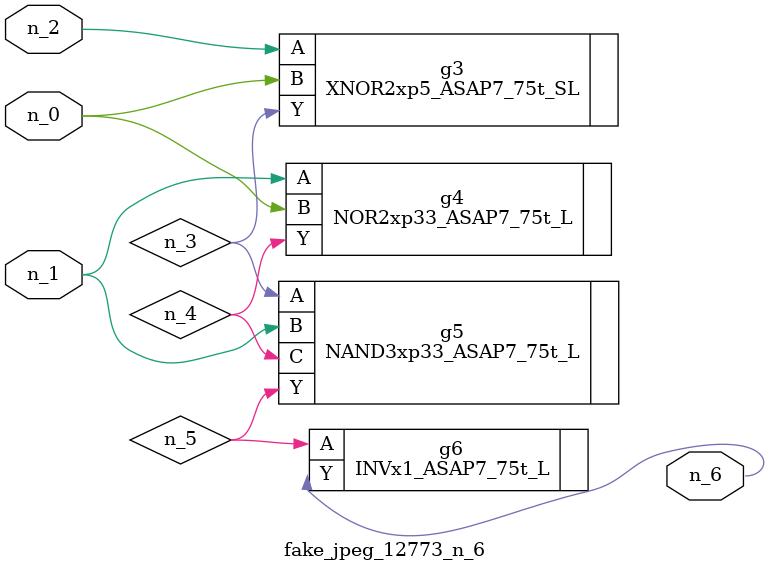
<source format=v>
module fake_jpeg_12773_n_6 (n_0, n_2, n_1, n_6);

input n_0;
input n_2;
input n_1;

output n_6;

wire n_3;
wire n_4;
wire n_5;

XNOR2xp5_ASAP7_75t_SL g3 ( 
.A(n_2),
.B(n_0),
.Y(n_3)
);

NOR2xp33_ASAP7_75t_L g4 ( 
.A(n_1),
.B(n_0),
.Y(n_4)
);

NAND3xp33_ASAP7_75t_L g5 ( 
.A(n_3),
.B(n_1),
.C(n_4),
.Y(n_5)
);

INVx1_ASAP7_75t_L g6 ( 
.A(n_5),
.Y(n_6)
);


endmodule
</source>
